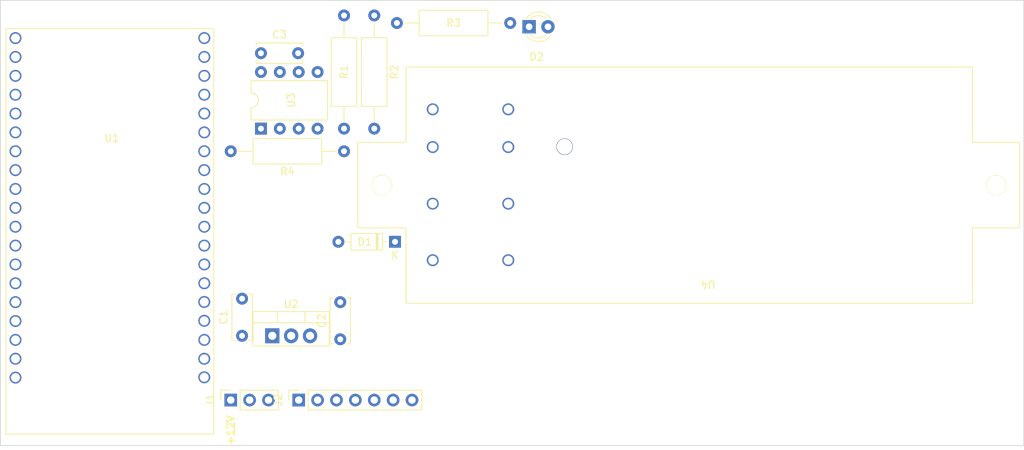
<source format=kicad_pcb>
(kicad_pcb (version 20211014) (generator pcbnew)
  (layers (0 "F.Cu" signal) (31 "B.Cu" signal) (34 "B.Paste" user) (35 "F.Paste" user) (36 "B.SilkS" user "B.Silkscreen") (37 "F.SilkS" user "F.Silkscreen") (38 "B.Mask" user) (39 "F.Mask" user) (44 "Edge.Cuts" user))
  (net 0 "")
  (net 1 "+12V")
  (net 2 "Earth")
  (net 3 "+5V")
  (net 4 "Net-(D1-Pad1)")
  (net 5 "Net-(D2-Pad1)")
  (net 6 "Net-(D2-Pad2)")
  (net 7 "Net-(J2-Pad6)")
  (net 8 "VPGM")
  (net 9 "Net-(R1-Pad1)")
  (net 35 "DAC_SIG")
  (footprint "Resistor_THT:R_Axial_DIN0309_L9.0mm_D3.2mm_P15.24mm_Horizontal" (layer "F.Cu") (at 67.056 45.72 180)
    (fp_text reference "R4" (at 7.62 -2.72) (layer "F.SilkS"))
    (fp_text value "4.7k")
    (fp_line (start 12.24 1.72) (end 12.24 -1.72) (layer "F.SilkS") (width 0.12))
    (fp_line (start 3 1.72) (end 12.24 1.72) (layer "F.SilkS") (width 0.12))
    (fp_line (start 3 -1.72) (end 3 1.72) (layer "F.SilkS") (width 0.12))
    (fp_line (start 12.24 -1.72) (end 3 -1.72) (layer "F.SilkS") (width 0.12))
    (fp_line (start 14.2 0) (end 12.24 0) (layer "F.SilkS") (width 0.12))
    (fp_line (start 1.04 0) (end 3 0) (layer "F.SilkS") (width 0.12))
    (pad "1" thru_hole circle (at 0 0 180) (size 1.6 1.6) (drill 0.8) (layers *.Cu *.Mask) (net 9 "Net-(R1-Pad1)"))
    (pad "2" thru_hole oval (at 15.24 0 180) (size 1.6 1.6) (drill 0.8) (layers *.Cu *.Mask) (net 8 "VPGM"))
  )
  (footprint "Diode_THT:D_DO-35_SOD27_P7.62mm_Horizontal" (layer "F.Cu") (at 73.914 57.912 180)
    (fp_text reference "D1" (at 4.064 0) (layer "F.SilkS"))
    (fp_text value "TZX3V6A-TR")
    (fp_text user "K" (at 0 -1.8) (layer "F.SilkS"))
    (fp_line (start 5.93 -1.12) (end 1.69 -1.12) (layer "F.SilkS") (width 0.12))
    (fp_line (start 2.41 -1.12) (end 2.41 1.12) (layer "F.SilkS") (width 0.12))
    (fp_line (start 2.29 -1.12) (end 2.29 1.12) (layer "F.SilkS") (width 0.12))
    (fp_line (start 6.58 0) (end 5.93 0) (layer "F.SilkS") (width 0.12))
    (fp_line (start 1.69 -1.12) (end 1.69 1.12) (layer "F.SilkS") (width 0.12))
    (fp_line (start 1.04 0) (end 1.69 0) (layer "F.SilkS") (width 0.12))
    (fp_line (start 2.53 -1.12) (end 2.53 1.12) (layer "F.SilkS") (width 0.12))
    (fp_line (start 5.93 1.12) (end 5.93 -1.12) (layer "F.SilkS") (width 0.12))
    (fp_line (start 1.69 1.12) (end 5.93 1.12) (layer "F.SilkS") (width 0.12))
    (pad "1" thru_hole rect (at 0 0 180) (size 1.6 1.6) (drill 0.8) (layers *.Cu *.Mask) (net 4 "Net-(D1-Pad1)"))
    (pad "2" thru_hole oval (at 7.62 0 180) (size 1.6 1.6) (drill 0.8) (layers *.Cu *.Mask) (net 2 "Earth"))
  )
  (footprint "Package_TO_SOT_THT:TO-220-3_Vertical" (layer "F.Cu") (at 57.404 70.572)
    (fp_text reference "U2" (at 2.54 -4.27) (layer "F.SilkS"))
    (fp_text value "LM7805_TO220")
    (fp_line (start -2.58 1.371) (end 7.66 1.371) (layer "F.SilkS") (width 0.12))
    (fp_line (start -2.58 -3.27) (end -2.58 1.371) (layer "F.SilkS") (width 0.12))
    (fp_line (start 7.66 -3.27) (end 7.66 1.371) (layer "F.SilkS") (width 0.12))
    (fp_line (start -2.58 -3.27) (end 7.66 -3.27) (layer "F.SilkS") (width 0.12))
    (fp_line (start -2.58 -1.76) (end 7.66 -1.76) (layer "F.SilkS") (width 0.12))
    (fp_line (start 0.69 -3.27) (end 0.69 -1.76) (layer "F.SilkS") (width 0.12))
    (fp_line (start 4.391 -3.27) (end 4.391 -1.76) (layer "F.SilkS") (width 0.12))
    (pad "1" thru_hole rect (at 0 0) (size 1.905 2) (drill 1.1) (layers *.Cu *.Mask) (net 1 "+12V"))
    (pad "2" thru_hole oval (at 2.54 0) (size 1.905 2) (drill 1.1) (layers *.Cu *.Mask) (net 2 "Earth"))
    (pad "3" thru_hole oval (at 5.08 0) (size 1.905 2) (drill 1.1) (layers *.Cu *.Mask) (net 3 "+5V"))
  )
  (footprint "Connector_PinSocket_2.54mm:PinSocket_1x03_P2.54mm_Vertical" (layer "F.Cu") (at 51.816 79.223 90)
    (fp_text reference "J1" (at 0 -2.77 90) (layer "F.SilkS"))
    (fp_text value "Conn_01x03_Male")
    (fp_line (start -1.33 1.27) (end 1.33 1.27) (layer "F.SilkS") (width 0.12))
    (fp_line (start 0 -1.33) (end 1.33 -1.33) (layer "F.SilkS") (width 0.12))
    (fp_line (start -1.33 6.41) (end 1.33 6.41) (layer "F.SilkS") (width 0.12))
    (fp_line (start 1.33 1.27) (end 1.33 6.41) (layer "F.SilkS") (width 0.12))
    (fp_line (start -1.33 1.27) (end -1.33 6.41) (layer "F.SilkS") (width 0.12))
    (fp_line (start 1.33 -1.33) (end 1.33 0) (layer "F.SilkS") (width 0.12))
    (pad "1" thru_hole rect (at 0 0 90) (size 1.7 1.7) (drill 1) (layers *.Cu *.Mask) (net 1 "+12V"))
    (pad "2" thru_hole oval (at 0 2.54 90) (size 1.7 1.7) (drill 1) (layers *.Cu *.Mask) (net 2 "Earth"))
    (pad "3" thru_hole oval (at 0 5.08 90) (size 1.7 1.7) (drill 1) (layers *.Cu *.Mask) (net 2 "Earth"))
  )
  (footprint "Capacitor_THT:C_Disc_D6.0mm_W2.5mm_P5.00mm" (layer "F.Cu") (at 53.34 70.572 90)
    (fp_text reference "C1" (at 2.5 -2.5 90) (layer "F.SilkS"))
    (fp_text value "0.1uF")
    (fp_line (start -0.62 -1.37) (end -0.62 -0.925) (layer "F.SilkS") (width 0.12))
    (fp_line (start -0.62 -1.37) (end 5.62 -1.37) (layer "F.SilkS") (width 0.12))
    (fp_line (start 5.62 -1.37) (end 5.62 -0.925) (layer "F.SilkS") (width 0.12))
    (fp_line (start -0.62 0.925) (end -0.62 1.37) (layer "F.SilkS") (width 0.12))
    (fp_line (start 5.62 0.925) (end 5.62 1.37) (layer "F.SilkS") (width 0.12))
    (fp_line (start -0.62 1.37) (end 5.62 1.37) (layer "F.SilkS") (width 0.12))
    (pad "1" thru_hole circle (at 0 0 90) (size 1.6 1.6) (drill 0.8) (layers *.Cu *.Mask) (net 1 "+12V"))
    (pad "2" thru_hole circle (at 5 0 90) (size 1.6 1.6) (drill 0.8) (layers *.Cu *.Mask) (net 2 "Earth"))
  )
  (footprint "Library:CB101" (layer "F.Cu") (at 151.5872 66.1924 180)
    (fp_text reference "U4" (at 35.56 2.54 180 unlocked) (layer "F.SilkS"))
    (fp_text value "CB101")
    (fp_line (start 76.2 31.8) (end 0 31.8) (layer "F.SilkS") (width 0.12))
    (fp_line (start 0 0) (end 0 10.16) (layer "F.SilkS") (width 0.12))
    (fp_line (start 82.677 15.926) (end 82.677 21.666) (layer "F.SilkS") (width 0.12))
    (fp_line (start 76.2 0) (end 0 0) (layer "F.SilkS") (width 0.12))
    (fp_line (start 82.677 10.16) (end 76.2 10.16) (layer "F.SilkS") (width 0.12))
    (fp_line (start -6.35 15.9) (end -6.35 10.16) (layer "F.SilkS") (width 0.12))
    (fp_line (start 76.2 21.666) (end 76.2 31.8) (layer "F.SilkS") (width 0.12))
    (fp_line (start 82.677 10.16) (end 82.677 15.9) (layer "F.SilkS") (width 0.12))
    (fp_line (start -6.35 21.666) (end 0 21.666) (layer "F.SilkS") (width 0.12))
    (fp_line (start -6.35 21.666) (end -6.35 15.926) (layer "F.SilkS") (width 0.12))
    (fp_line (start 0 21.666) (end 0 31.8) (layer "F.SilkS") (width 0.12))
    (fp_line (start 76.2 0) (end 76.2 5.8) (layer "F.SilkS") (width 0.12))
    (fp_line (start 82.677 21.666) (end 76.2 21.666) (layer "F.SilkS") (width 0.12))
    (fp_line (start -6.35 10.16) (end 0 10.16) (layer "F.SilkS") (width 0.12))
    (fp_line (start 76.2 10.16) (end 76.2 0) (layer "F.SilkS") (width 0.12))
    (fp_circle (center -3.175 15.913) (end -1.854 15.913) (layer "F.SilkS") (width 0.12) (fill none))
    (fp_circle (center 79.4385 15.913) (end 80.7595 15.913) (layer "F.SilkS") (width 0.12) (fill none))
    (pad "" thru_hole circle (at 79.4512 15.9004 180) (size 2.64 2.64) (drill 2.64) (layers *.Cu *.Mask))
    (pad "" thru_hole circle (at -3.175 15.9004 180) (size 2.64 2.64) (drill 2.64) (layers *.Cu *.Mask))
    (pad "1" thru_hole circle (at 72.6 5.8 180) (size 1.6 1.6) (drill 1.2) (layers *.Cu *.Mask) (net 1 "+12V"))
    (pad "2" thru_hole circle (at 72.6 13.42 180) (size 1.6 1.6) (drill 1.2) (layers *.Cu *.Mask) (net 2 "Earth"))
    (pad "3" thru_hole circle (at 72.6 21.04 180) (size 1.6 1.6) (drill 1.2) (layers *.Cu *.Mask) (net 2 "Earth"))
    (pad "4" thru_hole circle (at 72.6 26.12 180) (size 1.6 1.6) (drill 1.2) (layers *.Cu *.Mask) (net 8 "VPGM"))
    (pad "5" thru_hole circle (at 62.44 26.12 180) (size 1.6 1.6) (drill 1.2) (layers *.Cu *.Mask) (net 6 "Net-(D2-Pad2)"))
    (pad "6" thru_hole circle (at 62.44 21.04 180) (size 1.6 1.6) (drill 1.2) (layers *.Cu *.Mask) (net 7 "Net-(J2-Pad6)"))
    (pad "7" thru_hole circle (at 62.44 13.42 180) (size 1.6 1.6) (drill 1.2) (layers *.Cu *.Mask) (net 4 "Net-(D1-Pad1)"))
    (pad "8" thru_hole circle (at 62.44 5.8 180) (size 1.6 1.6) (drill 1.2) (layers *.Cu *.Mask))
    (pad "9" thru_hole circle (at 54.864 21.082 180) (size 2.2 2.2) (drill 2.1) (layers *.Cu *.Mask))
  )
  (footprint "Library:ESP32-devkitC-v4" (layer "F.Cu") (at 36.068 63.246 180)
    (fp_text reference "U1" (at 0.254 19.304 unlocked) (layer "F.SilkS"))
    (fp_text value "ESP32-DevKit-C")
    (fp_line (start -13.462 34.036) (end 14.478 34.036) (layer "F.SilkS") (width 0.12))
    (fp_line (start -13.462 34.036) (end -13.462 -20.564) (layer "F.SilkS") (width 0.12))
    (fp_line (start -13.462 -20.564) (end 14.478 -20.564) (layer "F.SilkS") (width 0.12))
    (fp_line (start 14.478 34.036) (end 14.478 -20.564) (layer "F.SilkS") (width 0.12))
    (pad "1" thru_hole circle (at 13.208 32.766) (size 1.6 1.6) (drill 1.2) (layers *.Cu *.Mask))
    (pad "2" thru_hole circle (at 13.208 30.226) (size 1.6 1.6) (drill 1.2) (layers *.Cu *.Mask))
    (pad "3" thru_hole circle (at 13.208 27.686) (size 1.6 1.6) (drill 1.2) (layers *.Cu *.Mask))
    (pad "4" thru_hole circle (at 13.208 25.146) (size 1.6 1.6) (drill 1.2) (layers *.Cu *.Mask))
    (pad "5" thru_hole circle (at 13.208 22.606) (size 1.6 1.6) (drill 1.2) (layers *.Cu *.Mask))
    (pad "6" thru_hole circle (at 13.208 20.066) (size 1.6 1.6) (drill 1.2) (layers *.Cu *.Mask))
    (pad "7" thru_hole circle (at 13.208 17.526) (size 1.6 1.6) (drill 1.2) (layers *.Cu *.Mask))
    (pad "8" thru_hole circle (at 13.208 14.986) (size 1.6 1.6) (drill 1.2) (layers *.Cu *.Mask))
    (pad "9" thru_hole circle (at 13.208 12.446) (size 1.6 1.6) (drill 1.2) (layers *.Cu *.Mask))
    (pad "10" thru_hole circle (at 13.208 9.906) (size 1.6 1.6) (drill 1.2) (layers *.Cu *.Mask))
    (pad "11" thru_hole circle (at 13.208 7.366) (size 1.6 1.6) (drill 1.2) (layers *.Cu *.Mask))
    (pad "12" thru_hole circle (at 13.208 4.826) (size 1.6 1.6) (drill 1.2) (layers *.Cu *.Mask))
    (pad "13" thru_hole circle (at 13.208 2.286) (size 1.6 1.6) (drill 1.2) (layers *.Cu *.Mask) (net 2 "Earth"))
    (pad "14" thru_hole circle (at 13.208 -0.254) (size 1.6 1.6) (drill 1.2) (layers *.Cu *.Mask))
    (pad "15" thru_hole circle (at 13.208 -2.794) (size 1.6 1.6) (drill 1.2) (layers *.Cu *.Mask))
    (pad "16" thru_hole circle (at 13.208 -5.334) (size 1.6 1.6) (drill 1.2) (layers *.Cu *.Mask))
    (pad "17" thru_hole circle (at 13.208 -7.874) (size 1.6 1.6) (drill 1.2) (layers *.Cu *.Mask))
    (pad "18" thru_hole circle (at 13.208 -10.414) (size 1.6 1.6) (drill 1.2) (layers *.Cu *.Mask))
    (pad "19" thru_hole circle (at 13.208 -12.954) (size 1.6 1.6) (drill 1.2) (layers *.Cu *.Mask) (net 2 "Earth"))
    (pad "20" thru_hole circle (at -12.186285 -12.916857) (size 1.6 1.6) (drill 1.2) (layers *.Cu *.Mask))
    (pad "21" thru_hole circle (at -12.186285 -10.419986) (size 1.6 1.6) (drill 1.2) (layers *.Cu *.Mask))
    (pad "22" thru_hole circle (at -12.192 -7.874) (size 1.6 1.6) (drill 1.2) (layers *.Cu *.Mask))
    (pad "23" thru_hole circle (at -12.186285 -5.305428) (size 1.6 1.6) (drill 1.2) (layers *.Cu *.Mask))
    (pad "24" thru_hole circle (at -12.186285 -2.768285) (size 1.6 1.6) (drill 1.2) (layers *.Cu *.Mask))
    (pad "25" thru_hole circle (at -12.192 -0.254) (size 1.6 1.6) (drill 1.2) (layers *.Cu *.Mask))
    (pad "26" thru_hole circle (at -12.192 2.286) (size 1.6 1.6) (drill 1.2) (layers *.Cu *.Mask))
    (pad "27" thru_hole circle (at -12.192 4.826) (size 1.6 1.6) (drill 1.2) (layers *.Cu *.Mask))
    (pad "28" thru_hole circle (at -12.192 7.366) (size 1.6 1.6) (drill 1.2) (layers *.Cu *.Mask) (net 35 "DAC_SIG"))
    (pad "29" thru_hole circle (at -12.192 9.906) (size 1.6 1.6) (drill 1.2) (layers *.Cu *.Mask))
    (pad "30" thru_hole circle (at -12.192 12.446) (size 1.6 1.6) (drill 1.2) (layers *.Cu *.Mask))
    (pad "31" thru_hole circle (at -12.186285 14.991715) (size 1.6 1.6) (drill 1.2) (layers *.Cu *.Mask))
    (pad "32" thru_hole circle (at -12.186285 17.528858) (size 1.6 1.6) (drill 1.2) (layers *.Cu *.Mask))
    (pad "33" thru_hole circle (at -12.192 20.066) (size 1.6 1.6) (drill 1.2) (layers *.Cu *.Mask) (net 2 "Earth"))
    (pad "34" thru_hole circle (at -12.192 22.606) (size 1.6 1.6) (drill 1.2) (layers *.Cu *.Mask))
    (pad "35" thru_hole circle (at -12.192 25.146) (size 1.6 1.6) (drill 1.2) (layers *.Cu *.Mask))
    (pad "36" thru_hole circle (at -12.192 27.686) (size 1.6 1.6) (drill 1.2) (layers *.Cu *.Mask))
    (pad "37" thru_hole circle (at -12.192 30.226) (size 1.6 1.6) (drill 1.2) (layers *.Cu *.Mask))
    (pad "38" thru_hole circle (at -12.192 32.766) (size 1.6 1.6) (drill 1.2) (layers *.Cu *.Mask) (net 3 "+5V"))
  )
  (footprint "Resistor_THT:R_Axial_DIN0309_L9.0mm_D3.2mm_P15.24mm_Horizontal" (layer "F.Cu") (at 71.12 27.432 -90)
    (fp_text reference "R2" (at 7.62 -2.72 90) (layer "F.SilkS"))
    (fp_text value "10k")
    (fp_line (start 3 -1.72) (end 3 1.72) (layer "F.SilkS") (width 0.12))
    (fp_line (start 1.04 0) (end 3 0) (layer "F.SilkS") (width 0.12))
    (fp_line (start 12.24 -1.72) (end 3 -1.72) (layer "F.SilkS") (width 0.12))
    (fp_line (start 3 1.72) (end 12.24 1.72) (layer "F.SilkS") (width 0.12))
    (fp_line (start 14.2 0) (end 12.24 0) (layer "F.SilkS") (width 0.12))
    (fp_line (start 12.24 1.72) (end 12.24 -1.72) (layer "F.SilkS") (width 0.12))
    (pad "1" thru_hole circle (at 0 0 270) (size 1.6 1.6) (drill 0.8) (layers *.Cu *.Mask) (net 2 "Earth"))
    (pad "2" thru_hole oval (at 15.24 0 270) (size 1.6 1.6) (drill 0.8) (layers *.Cu *.Mask) (net 8 "VPGM"))
  )
  (footprint "Package_DIP:DIP-8_W7.62mm" (layer "F.Cu") (at 55.88 42.672 90)
    (fp_text reference "U3" (at 3.81 4.064 90) (layer "F.SilkS"))
    (fp_text value "NE5532")
    (fp_line (start 6.46 -1.33) (end 4.81 -1.33) (layer "F.SilkS") (width 0.12))
    (fp_line (start 2.81 -1.33) (end 1.16 -1.33) (layer "F.SilkS") (width 0.12))
    (fp_line (start 6.46 8.95) (end 6.46 -1.33) (layer "F.SilkS") (width 0.12))
    (fp_line (start 1.16 8.95) (end 6.46 8.95) (layer "F.SilkS") (width 0.12))
    (fp_line (start 1.16 -1.33) (end 1.16 8.95) (layer "F.SilkS") (width 0.12))
    (fp_arc (start 4.81 -1.33) (mid 3.81 -0.33) (end 2.81 -1.33) (layer "F.SilkS") (width 0.12))
    (pad "1" thru_hole rect (at 0 0 90) (size 1.6 1.6) (drill 0.8) (layers *.Cu *.Mask) (net 8 "VPGM"))
    (pad "2" thru_hole oval (at 0 2.54 90) (size 1.6 1.6) (drill 0.8) (layers *.Cu *.Mask) (net 9 "Net-(R1-Pad1)"))
    (pad "3" thru_hole oval (at 0 5.08 90) (size 1.6 1.6) (drill 0.8) (layers *.Cu *.Mask) (net 35 "DAC_SIG"))
    (pad "4" thru_hole oval (at 0 7.62 90) (size 1.6 1.6) (drill 0.8) (layers *.Cu *.Mask) (net 2 "Earth"))
    (pad "5" thru_hole oval (at 7.62 7.62 90) (size 1.6 1.6) (drill 0.8) (layers *.Cu *.Mask))
    (pad "6" thru_hole oval (at 7.62 5.08 90) (size 1.6 1.6) (drill 0.8) (layers *.Cu *.Mask))
    (pad "7" thru_hole oval (at 7.62 2.54 90) (size 1.6 1.6) (drill 0.8) (layers *.Cu *.Mask))
    (pad "8" thru_hole oval (at 7.62 0 90) (size 1.6 1.6) (drill 0.8) (layers *.Cu *.Mask) (net 3 "+5V"))
  )
  (footprint "Capacitor_THT:C_Disc_D6.0mm_W2.5mm_P5.00mm" (layer "F.Cu") (at 55.88 32.512)
    (fp_text reference "C3" (at 2.5 -2.5) (layer "F.SilkS"))
    (fp_text value "0.1uF")
    (fp_line (start -0.62 -1.37) (end 5.62 -1.37) (layer "F.SilkS") (width 0.12))
    (fp_line (start -0.62 -1.37) (end -0.62 -0.925) (layer "F.SilkS") (width 0.12))
    (fp_line (start 5.62 0.925) (end 5.62 1.37) (layer "F.SilkS") (width 0.12))
    (fp_line (start 5.62 -1.37) (end 5.62 -0.925) (layer "F.SilkS") (width 0.12))
    (fp_line (start -0.62 0.925) (end -0.62 1.37) (layer "F.SilkS") (width 0.12))
    (fp_line (start -0.62 1.37) (end 5.62 1.37) (layer "F.SilkS") (width 0.12))
    (pad "1" thru_hole circle (at 0 0) (size 1.6 1.6) (drill 0.8) (layers *.Cu *.Mask) (net 3 "+5V"))
    (pad "2" thru_hole circle (at 5 0) (size 1.6 1.6) (drill 0.8) (layers *.Cu *.Mask) (net 2 "Earth"))
  )
  (footprint "Capacitor_THT:C_Disc_D6.0mm_W2.5mm_P5.00mm" (layer "F.Cu") (at 66.548 71.04 90)
    (fp_text reference "C2" (at 2.5 -2.5 90) (layer "F.SilkS"))
    (fp_text value "0.1uF")
    (fp_line (start -0.62 1.37) (end 5.62 1.37) (layer "F.SilkS") (width 0.12))
    (fp_line (start -0.62 0.925) (end -0.62 1.37) (layer "F.SilkS") (width 0.12))
    (fp_line (start -0.62 -1.37) (end 5.62 -1.37) (layer "F.SilkS") (width 0.12))
    (fp_line (start 5.62 -1.37) (end 5.62 -0.925) (layer "F.SilkS") (width 0.12))
    (fp_line (start 5.62 0.925) (end 5.62 1.37) (layer "F.SilkS") (width 0.12))
    (fp_line (start -0.62 -1.37) (end -0.62 -0.925) (layer "F.SilkS") (width 0.12))
    (pad "1" thru_hole circle (at 0 0 90) (size 1.6 1.6) (drill 0.8) (layers *.Cu *.Mask) (net 3 "+5V"))
    (pad "2" thru_hole circle (at 5 0 90) (size 1.6 1.6) (drill 0.8) (layers *.Cu *.Mask) (net 2 "Earth"))
  )
  (footprint "LED_THT:LED_D3.0mm_Clear" (layer "F.Cu") (at 91.948 28.956)
    (fp_text reference "D2" (at 1.016 4.064) (layer "F.SilkS"))
    (fp_text value "LED")
    (fp_line (start -0.29 1.08) (end -0.29 1.236) (layer "F.SilkS") (width 0.12))
    (fp_line (start -0.29 -1.236) (end -0.29 -1.08) (layer "F.SilkS") (width 0.12))
    (fp_arc (start -0.29 -1.235516) (mid 1.366487 -1.987659) (end 2.942335 -1.078608) (layer "F.SilkS") (width 0.12))
    (fp_arc (start 0.229039 -1.08) (mid 1.270117 -1.5) (end 2.31113 -1.079837) (layer "F.SilkS") (width 0.12))
    (fp_arc (start 2.31113 1.079837) (mid 1.270117 1.5) (end 0.229039 1.08) (layer "F.SilkS") (width 0.12))
    (fp_arc (start 2.942335 1.078608) (mid 1.366487 1.987659) (end -0.29 1.235516) (layer "F.SilkS") (width 0.12))
    (pad "1" thru_hole rect (at 0 0) (size 1.8 1.8) (drill 0.9) (layers *.Cu *.Mask) (net 5 "Net-(D2-Pad1)"))
    (pad "2" thru_hole circle (at 2.54 0) (size 1.8 1.8) (drill 0.9) (layers *.Cu *.Mask) (net 6 "Net-(D2-Pad2)"))
  )
  (footprint "Resistor_THT:R_Axial_DIN0309_L9.0mm_D3.2mm_P15.24mm_Horizontal" (layer "F.Cu") (at 67.056 42.672 90)
    (fp_text reference "R1" (at 7.62 0 90) (layer "F.SilkS"))
    (fp_text value "10k")
    (fp_line (start 3 1.72) (end 12.24 1.72) (layer "F.SilkS") (width 0.12))
    (fp_line (start 12.24 -1.72) (end 3 -1.72) (layer "F.SilkS") (width 0.12))
    (fp_line (start 14.2 0) (end 12.24 0) (layer "F.SilkS") (width 0.12))
    (fp_line (start 12.24 1.72) (end 12.24 -1.72) (layer "F.SilkS") (width 0.12))
    (fp_line (start 1.04 0) (end 3 0) (layer "F.SilkS") (width 0.12))
    (fp_line (start 3 -1.72) (end 3 1.72) (layer "F.SilkS") (width 0.12))
    (pad "1" thru_hole circle (at 0 0 90) (size 1.6 1.6) (drill 0.8) (layers *.Cu *.Mask) (net 9 "Net-(R1-Pad1)"))
    (pad "2" thru_hole oval (at 15.24 0 90) (size 1.6 1.6) (drill 0.8) (layers *.Cu *.Mask) (net 2 "Earth"))
  )
  (footprint "Resistor_THT:R_Axial_DIN0309_L9.0mm_D3.2mm_P15.24mm_Horizontal" (layer "F.Cu") (at 74.168 28.448)
    (fp_text reference "R3" (at 7.62 0) (layer "F.SilkS"))
    (fp_text value "1K")
    (fp_line (start 3 -1.72) (end 3 1.72) (layer "F.SilkS") (width 0.12))
    (fp_line (start 14.2 0) (end 12.24 0) (layer "F.SilkS") (width 0.12))
    (fp_line (start 3 1.72) (end 12.24 1.72) (layer "F.SilkS") (width 0.12))
    (fp_line (start 12.24 1.72) (end 12.24 -1.72) (layer "F.SilkS") (width 0.12))
    (fp_line (start 1.04 0) (end 3 0) (layer "F.SilkS") (width 0.12))
    (fp_line (start 12.24 -1.72) (end 3 -1.72) (layer "F.SilkS") (width 0.12))
    (pad "1" thru_hole circle (at 0 0) (size 1.6 1.6) (drill 0.8) (layers *.Cu *.Mask) (net 2 "Earth"))
    (pad "2" thru_hole oval (at 15.24 0) (size 1.6 1.6) (drill 0.8) (layers *.Cu *.Mask) (net 5 "Net-(D2-Pad1)"))
  )
  (footprint "Connector_PinSocket_2.54mm:PinSocket_1x07_P2.54mm_Vertical" (layer "F.Cu") (at 60.96 79.223 90)
    (fp_text reference "J2" (at 0 -2.77 90) (layer "F.SilkS"))
    (fp_text value "Conn_01x07_Male")
    (fp_line (start 0 -1.33) (end 1.33 -1.33) (layer "F.SilkS") (width 0.12))
    (fp_line (start -1.33 1.27) (end -1.33 16.57) (layer "F.SilkS") (width 0.12))
    (fp_line (start -1.33 16.57) (end 1.33 16.57) (layer "F.SilkS") (width 0.12))
    (fp_line (start 1.33 1.27) (end 1.33 16.57) (layer "F.SilkS") (width 0.12))
    (fp_line (start -1.33 1.27) (end 1.33 1.27) (layer "F.SilkS") (width 0.12))
    (fp_line (start 1.33 -1.33) (end 1.33 0) (layer "F.SilkS") (width 0.12))
    (pad "1" thru_hole rect (at 0 0 90) (size 1.7 1.7) (drill 1) (layers *.Cu *.Mask) (net 3 "+5V"))
    (pad "2" thru_hole oval (at 0 2.54 90) (size 1.7 1.7) (drill 1) (layers *.Cu *.Mask) (net 3 "+5V"))
    (pad "3" thru_hole oval (at 0 5.08 90) (size 1.7 1.7) (drill 1) (layers *.Cu *.Mask) (net 2 "Earth"))
    (pad "4" thru_hole oval (at 0 7.62 90) (size 1.7 1.7) (drill 1) (layers *.Cu *.Mask) (net 2 "Earth"))
    (pad "5" thru_hole oval (at 0 10.16 90) (size 1.7 1.7) (drill 1) (layers *.Cu *.Mask) (net 4 "Net-(D1-Pad1)"))
    (pad "6" thru_hole oval (at 0 12.7 90) (size 1.7 1.7) (drill 1) (layers *.Cu *.Mask) (net 7 "Net-(J2-Pad6)"))
    (pad "7" thru_hole oval (at 0 15.24 90) (size 1.7 1.7) (drill 1) (layers *.Cu *.Mask) (net 8 "VPGM"))
  )
  (gr_rect (start 20.828 25.4) (end 158.496 85.344) (layer "Edge.Cuts") (width 0.1) (fill none))
  (gr_text "+12V" (at 51.816 83.312 90) (layer "F.SilkS") (effects (font (size 1 1) (thickness 0.25))))
)
</source>
